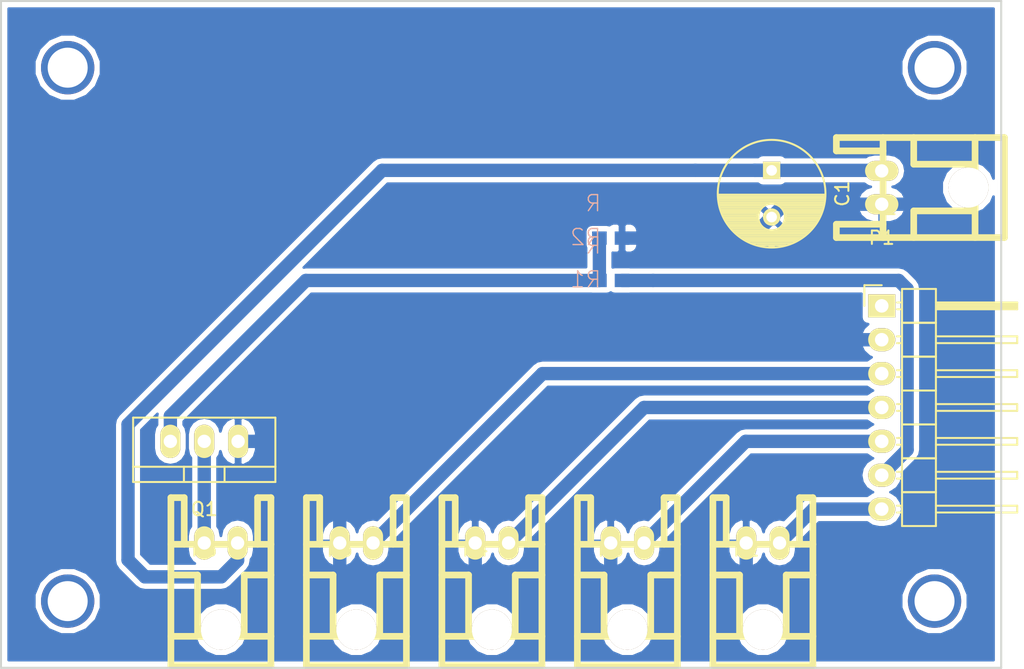
<source format=kicad_pcb>
(kicad_pcb (version 4) (host pcbnew 4.0.2-stable)

  (general
    (links 18)
    (no_connects 0)
    (area -0.075001 -0.075001 76.915001 50.290001)
    (thickness 1.6)
    (drawings 4)
    (tracks 55)
    (zones 0)
    (modules 11)
    (nets 10)
  )

  (page A4)
  (layers
    (0 F.Cu signal)
    (31 B.Cu signal)
    (32 B.Adhes user)
    (33 F.Adhes user)
    (34 B.Paste user)
    (35 F.Paste user)
    (36 B.SilkS user)
    (37 F.SilkS user)
    (38 B.Mask user)
    (39 F.Mask user)
    (40 Dwgs.User user)
    (41 Cmts.User user)
    (42 Eco1.User user)
    (43 Eco2.User user)
    (44 Edge.Cuts user)
    (45 Margin user)
    (46 B.CrtYd user)
    (47 F.CrtYd user)
    (48 B.Fab user)
    (49 F.Fab user)
  )

  (setup
    (last_trace_width 1)
    (user_trace_width 0.5)
    (user_trace_width 1)
    (trace_clearance 0.2)
    (zone_clearance 0.4)
    (zone_45_only no)
    (trace_min 0.2)
    (segment_width 0.2)
    (edge_width 0.15)
    (via_size 0.6)
    (via_drill 0.4)
    (via_min_size 0.4)
    (via_min_drill 0.3)
    (user_via 1.2 0.8)
    (user_via 4 3)
    (uvia_size 0.3)
    (uvia_drill 0.1)
    (uvias_allowed no)
    (uvia_min_size 0.2)
    (uvia_min_drill 0.1)
    (pcb_text_width 0.3)
    (pcb_text_size 1.5 1.5)
    (mod_edge_width 0.15)
    (mod_text_size 1 1)
    (mod_text_width 0.15)
    (pad_size 3 3)
    (pad_drill 3)
    (pad_to_mask_clearance 0.2)
    (aux_axis_origin 0 0)
    (visible_elements 7FFFFFFF)
    (pcbplotparams
      (layerselection 0x01000_80000000)
      (usegerberextensions false)
      (excludeedgelayer true)
      (linewidth 0.100000)
      (plotframeref false)
      (viasonmask false)
      (mode 1)
      (useauxorigin false)
      (hpglpennumber 1)
      (hpglpenspeed 20)
      (hpglpendiameter 15)
      (hpglpenoverlay 2)
      (psnegative false)
      (psa4output false)
      (plotreference true)
      (plotvalue true)
      (plotinvisibletext false)
      (padsonsilk false)
      (subtractmaskfromsilk false)
      (outputformat 1)
      (mirror false)
      (drillshape 0)
      (scaleselection 1)
      (outputdirectory ""))
  )

  (net 0 "")
  (net 1 GND)
  (net 2 /Reset/Abort)
  (net 3 /Feed_Hold)
  (net 4 /Cycle_Stat)
  (net 5 /Coolant_EN)
  (net 6 /Probe)
  (net 7 "Net-(P6-Pad1)")
  (net 8 +12V)
  (net 9 "Net-(Q1-PadG)")

  (net_class Default "これは標準のネット クラスです。"
    (clearance 0.2)
    (trace_width 0.25)
    (via_dia 0.6)
    (via_drill 0.4)
    (uvia_dia 0.3)
    (uvia_drill 0.1)
    (add_net +12V)
    (add_net /Coolant_EN)
    (add_net /Cycle_Stat)
    (add_net /Feed_Hold)
    (add_net /Probe)
    (add_net /Reset/Abort)
    (add_net GND)
    (add_net "Net-(P6-Pad1)")
    (add_net "Net-(Q1-PadG)")
  )

  (module Pin_Headers:Pin_Header_Angled_1x07 (layer F.Cu) (tedit 0) (tstamp 57995FA7)
    (at 66.04 22.86)
    (descr "Through hole pin header")
    (tags "pin header")
    (path /57995E34)
    (fp_text reference P1 (at 0 -5.1) (layer F.SilkS)
      (effects (font (size 1 1) (thickness 0.15)))
    )
    (fp_text value CONN_01X07 (at 0 -3.1) (layer F.Fab)
      (effects (font (size 1 1) (thickness 0.15)))
    )
    (fp_line (start -1.5 -1.75) (end -1.5 17) (layer F.CrtYd) (width 0.05))
    (fp_line (start 10.65 -1.75) (end 10.65 17) (layer F.CrtYd) (width 0.05))
    (fp_line (start -1.5 -1.75) (end 10.65 -1.75) (layer F.CrtYd) (width 0.05))
    (fp_line (start -1.5 17) (end 10.65 17) (layer F.CrtYd) (width 0.05))
    (fp_line (start -1.3 -1.55) (end -1.3 0) (layer F.SilkS) (width 0.15))
    (fp_line (start 0 -1.55) (end -1.3 -1.55) (layer F.SilkS) (width 0.15))
    (fp_line (start 4.191 -0.127) (end 10.033 -0.127) (layer F.SilkS) (width 0.15))
    (fp_line (start 10.033 -0.127) (end 10.033 0.127) (layer F.SilkS) (width 0.15))
    (fp_line (start 10.033 0.127) (end 4.191 0.127) (layer F.SilkS) (width 0.15))
    (fp_line (start 4.191 0.127) (end 4.191 0) (layer F.SilkS) (width 0.15))
    (fp_line (start 4.191 0) (end 10.033 0) (layer F.SilkS) (width 0.15))
    (fp_line (start 1.524 -0.254) (end 1.143 -0.254) (layer F.SilkS) (width 0.15))
    (fp_line (start 1.524 0.254) (end 1.143 0.254) (layer F.SilkS) (width 0.15))
    (fp_line (start 1.524 2.286) (end 1.143 2.286) (layer F.SilkS) (width 0.15))
    (fp_line (start 1.524 2.794) (end 1.143 2.794) (layer F.SilkS) (width 0.15))
    (fp_line (start 1.524 4.826) (end 1.143 4.826) (layer F.SilkS) (width 0.15))
    (fp_line (start 1.524 5.334) (end 1.143 5.334) (layer F.SilkS) (width 0.15))
    (fp_line (start 1.524 7.366) (end 1.143 7.366) (layer F.SilkS) (width 0.15))
    (fp_line (start 1.524 7.874) (end 1.143 7.874) (layer F.SilkS) (width 0.15))
    (fp_line (start 1.524 15.494) (end 1.143 15.494) (layer F.SilkS) (width 0.15))
    (fp_line (start 1.524 14.986) (end 1.143 14.986) (layer F.SilkS) (width 0.15))
    (fp_line (start 1.524 12.954) (end 1.143 12.954) (layer F.SilkS) (width 0.15))
    (fp_line (start 1.524 12.446) (end 1.143 12.446) (layer F.SilkS) (width 0.15))
    (fp_line (start 1.524 10.414) (end 1.143 10.414) (layer F.SilkS) (width 0.15))
    (fp_line (start 1.524 9.906) (end 1.143 9.906) (layer F.SilkS) (width 0.15))
    (fp_line (start 4.064 1.27) (end 4.064 -1.27) (layer F.SilkS) (width 0.15))
    (fp_line (start 10.16 0.254) (end 4.064 0.254) (layer F.SilkS) (width 0.15))
    (fp_line (start 10.16 -0.254) (end 10.16 0.254) (layer F.SilkS) (width 0.15))
    (fp_line (start 4.064 -0.254) (end 10.16 -0.254) (layer F.SilkS) (width 0.15))
    (fp_line (start 1.524 1.27) (end 4.064 1.27) (layer F.SilkS) (width 0.15))
    (fp_line (start 1.524 -1.27) (end 1.524 1.27) (layer F.SilkS) (width 0.15))
    (fp_line (start 1.524 -1.27) (end 4.064 -1.27) (layer F.SilkS) (width 0.15))
    (fp_line (start 1.524 3.81) (end 4.064 3.81) (layer F.SilkS) (width 0.15))
    (fp_line (start 1.524 3.81) (end 1.524 6.35) (layer F.SilkS) (width 0.15))
    (fp_line (start 1.524 6.35) (end 4.064 6.35) (layer F.SilkS) (width 0.15))
    (fp_line (start 4.064 4.826) (end 10.16 4.826) (layer F.SilkS) (width 0.15))
    (fp_line (start 10.16 4.826) (end 10.16 5.334) (layer F.SilkS) (width 0.15))
    (fp_line (start 10.16 5.334) (end 4.064 5.334) (layer F.SilkS) (width 0.15))
    (fp_line (start 4.064 6.35) (end 4.064 3.81) (layer F.SilkS) (width 0.15))
    (fp_line (start 4.064 3.81) (end 4.064 1.27) (layer F.SilkS) (width 0.15))
    (fp_line (start 10.16 2.794) (end 4.064 2.794) (layer F.SilkS) (width 0.15))
    (fp_line (start 10.16 2.286) (end 10.16 2.794) (layer F.SilkS) (width 0.15))
    (fp_line (start 4.064 2.286) (end 10.16 2.286) (layer F.SilkS) (width 0.15))
    (fp_line (start 1.524 3.81) (end 4.064 3.81) (layer F.SilkS) (width 0.15))
    (fp_line (start 1.524 1.27) (end 1.524 3.81) (layer F.SilkS) (width 0.15))
    (fp_line (start 1.524 1.27) (end 4.064 1.27) (layer F.SilkS) (width 0.15))
    (fp_line (start 1.524 11.43) (end 4.064 11.43) (layer F.SilkS) (width 0.15))
    (fp_line (start 1.524 11.43) (end 1.524 13.97) (layer F.SilkS) (width 0.15))
    (fp_line (start 1.524 13.97) (end 4.064 13.97) (layer F.SilkS) (width 0.15))
    (fp_line (start 4.064 12.446) (end 10.16 12.446) (layer F.SilkS) (width 0.15))
    (fp_line (start 10.16 12.446) (end 10.16 12.954) (layer F.SilkS) (width 0.15))
    (fp_line (start 10.16 12.954) (end 4.064 12.954) (layer F.SilkS) (width 0.15))
    (fp_line (start 4.064 13.97) (end 4.064 11.43) (layer F.SilkS) (width 0.15))
    (fp_line (start 4.064 16.51) (end 4.064 13.97) (layer F.SilkS) (width 0.15))
    (fp_line (start 10.16 15.494) (end 4.064 15.494) (layer F.SilkS) (width 0.15))
    (fp_line (start 10.16 14.986) (end 10.16 15.494) (layer F.SilkS) (width 0.15))
    (fp_line (start 4.064 14.986) (end 10.16 14.986) (layer F.SilkS) (width 0.15))
    (fp_line (start 1.524 16.51) (end 4.064 16.51) (layer F.SilkS) (width 0.15))
    (fp_line (start 1.524 13.97) (end 1.524 16.51) (layer F.SilkS) (width 0.15))
    (fp_line (start 1.524 13.97) (end 4.064 13.97) (layer F.SilkS) (width 0.15))
    (fp_line (start 1.524 8.89) (end 4.064 8.89) (layer F.SilkS) (width 0.15))
    (fp_line (start 1.524 8.89) (end 1.524 11.43) (layer F.SilkS) (width 0.15))
    (fp_line (start 1.524 11.43) (end 4.064 11.43) (layer F.SilkS) (width 0.15))
    (fp_line (start 4.064 9.906) (end 10.16 9.906) (layer F.SilkS) (width 0.15))
    (fp_line (start 10.16 9.906) (end 10.16 10.414) (layer F.SilkS) (width 0.15))
    (fp_line (start 10.16 10.414) (end 4.064 10.414) (layer F.SilkS) (width 0.15))
    (fp_line (start 4.064 11.43) (end 4.064 8.89) (layer F.SilkS) (width 0.15))
    (fp_line (start 4.064 8.89) (end 4.064 6.35) (layer F.SilkS) (width 0.15))
    (fp_line (start 10.16 7.874) (end 4.064 7.874) (layer F.SilkS) (width 0.15))
    (fp_line (start 10.16 7.366) (end 10.16 7.874) (layer F.SilkS) (width 0.15))
    (fp_line (start 4.064 7.366) (end 10.16 7.366) (layer F.SilkS) (width 0.15))
    (fp_line (start 1.524 8.89) (end 4.064 8.89) (layer F.SilkS) (width 0.15))
    (fp_line (start 1.524 6.35) (end 1.524 8.89) (layer F.SilkS) (width 0.15))
    (fp_line (start 1.524 6.35) (end 4.064 6.35) (layer F.SilkS) (width 0.15))
    (pad 1 thru_hole rect (at 0 0) (size 2.032 1.7272) (drill 1.016) (layers *.Cu *.Mask F.SilkS))
    (pad 2 thru_hole oval (at 0 2.54) (size 2.032 1.7272) (drill 1.016) (layers *.Cu *.Mask F.SilkS)
      (net 1 GND))
    (pad 3 thru_hole oval (at 0 5.08) (size 2.032 1.7272) (drill 1.016) (layers *.Cu *.Mask F.SilkS)
      (net 2 /Reset/Abort))
    (pad 4 thru_hole oval (at 0 7.62) (size 2.032 1.7272) (drill 1.016) (layers *.Cu *.Mask F.SilkS)
      (net 3 /Feed_Hold))
    (pad 5 thru_hole oval (at 0 10.16) (size 2.032 1.7272) (drill 1.016) (layers *.Cu *.Mask F.SilkS)
      (net 4 /Cycle_Stat))
    (pad 6 thru_hole oval (at 0 12.7) (size 2.032 1.7272) (drill 1.016) (layers *.Cu *.Mask F.SilkS)
      (net 5 /Coolant_EN))
    (pad 7 thru_hole oval (at 0 15.24) (size 2.032 1.7272) (drill 1.016) (layers *.Cu *.Mask F.SilkS)
      (net 6 /Probe))
    (model Pin_Headers.3dshapes/Pin_Header_Angled_1x07.wrl
      (at (xyz 0 -0.3 0))
      (scale (xyz 1 1 1))
      (rotate (xyz 0 0 90))
    )
  )

  (module RP_KiCAD_Connector:XA_2SC (layer F.Cu) (tedit 5763B232) (tstamp 57995FAE)
    (at 55.88 40.64)
    (path /57995F88)
    (fp_text reference P2 (at 0 0.5) (layer F.SilkS)
      (effects (font (size 1 1) (thickness 0.15)))
    )
    (fp_text value CONN_01X02 (at 0 -0.5) (layer F.Fab)
      (effects (font (size 1 1) (thickness 0.15)))
    )
    (fp_line (start -1.5 -3.4) (end -2.5 -3.4) (layer F.SilkS) (width 0.5))
    (fp_line (start 5 -3.4) (end 4 -3.4) (layer F.SilkS) (width 0.5))
    (fp_line (start 4 -3.4) (end 4 0.1) (layer F.SilkS) (width 0.5))
    (fp_line (start -1.5 -3.4) (end -1.5 0.1) (layer F.SilkS) (width 0.5))
    (fp_line (start 3 2.4) (end 5 2.4) (layer F.SilkS) (width 0.5))
    (fp_line (start -0.5 2.4) (end -2.5 2.4) (layer F.SilkS) (width 0.5))
    (fp_line (start 3 2.4) (end 3 7) (layer F.SilkS) (width 0.5))
    (fp_line (start -0.5 2.4) (end -0.5 7) (layer F.SilkS) (width 0.5))
    (fp_line (start -2.5 0.1) (end 5 0.1) (layer F.SilkS) (width 0.5))
    (fp_line (start -2.5 7) (end 5 7) (layer F.SilkS) (width 0.5))
    (fp_line (start -2.5 9.2) (end 5 9.2) (layer F.SilkS) (width 0.5))
    (fp_line (start 5 -3.4) (end 5 9.2) (layer F.SilkS) (width 0.5))
    (fp_line (start -2.5 -3.4) (end -2.5 9.2) (layer F.SilkS) (width 0.5))
    (pad 1 thru_hole oval (at 0 0) (size 1.5 2.5) (drill 1) (layers *.Cu *.Mask F.SilkS)
      (net 1 GND))
    (pad 2 thru_hole oval (at 2.5 0) (size 1.5 2.5) (drill 1) (layers *.Cu *.Mask F.SilkS)
      (net 6 /Probe))
    (pad "" thru_hole circle (at 1.25 6.5) (size 3 3) (drill 3) (layers *.Cu *.Mask F.SilkS)
      (clearance -0.3))
    (model conn_XA/XA_2S.wrl
      (at (xyz 0.05 -0.2 0))
      (scale (xyz 4 4 4))
      (rotate (xyz 0 0 180))
    )
  )

  (module RP_KiCAD_Connector:XA_2SC (layer F.Cu) (tedit 57996212) (tstamp 57995FB5)
    (at 45.72 40.64)
    (path /57995FF1)
    (fp_text reference P3 (at 0 0.5) (layer F.SilkS)
      (effects (font (size 1 1) (thickness 0.15)))
    )
    (fp_text value CONN_01X02 (at 0 -0.5) (layer F.Fab)
      (effects (font (size 1 1) (thickness 0.15)))
    )
    (fp_line (start -1.5 -3.4) (end -2.5 -3.4) (layer F.SilkS) (width 0.5))
    (fp_line (start 5 -3.4) (end 4 -3.4) (layer F.SilkS) (width 0.5))
    (fp_line (start 4 -3.4) (end 4 0.1) (layer F.SilkS) (width 0.5))
    (fp_line (start -1.5 -3.4) (end -1.5 0.1) (layer F.SilkS) (width 0.5))
    (fp_line (start 3 2.4) (end 5 2.4) (layer F.SilkS) (width 0.5))
    (fp_line (start -0.5 2.4) (end -2.5 2.4) (layer F.SilkS) (width 0.5))
    (fp_line (start 3 2.4) (end 3 7) (layer F.SilkS) (width 0.5))
    (fp_line (start -0.5 2.4) (end -0.5 7) (layer F.SilkS) (width 0.5))
    (fp_line (start -2.5 0.1) (end 5 0.1) (layer F.SilkS) (width 0.5))
    (fp_line (start -2.5 7) (end 5 7) (layer F.SilkS) (width 0.5))
    (fp_line (start -2.5 9.2) (end 5 9.2) (layer F.SilkS) (width 0.5))
    (fp_line (start 5 -3.4) (end 5 9.2) (layer F.SilkS) (width 0.5))
    (fp_line (start -2.5 -3.4) (end -2.5 9.2) (layer F.SilkS) (width 0.5))
    (pad 1 thru_hole oval (at 0 0) (size 1.5 2.5) (drill 1) (layers *.Cu *.Mask F.SilkS)
      (net 1 GND))
    (pad 2 thru_hole oval (at 2.5 0) (size 1.5 2.5) (drill 1) (layers *.Cu *.Mask F.SilkS)
      (net 4 /Cycle_Stat))
    (pad "" thru_hole circle (at 1.25 6.5) (size 3 3) (drill 3) (layers *.Cu *.Mask F.SilkS)
      (clearance -0.3))
    (model conn_XA/XA_2S.wrl
      (at (xyz 0.05 -0.2 0))
      (scale (xyz 4 4 4))
      (rotate (xyz 0 0 180))
    )
  )

  (module RP_KiCAD_Connector:XA_2SC (layer F.Cu) (tedit 57996209) (tstamp 57995FBC)
    (at 35.56 40.64)
    (path /57996078)
    (fp_text reference P4 (at 0 0.5) (layer F.SilkS)
      (effects (font (size 1 1) (thickness 0.15)))
    )
    (fp_text value CONN_01X02 (at 0 -0.5) (layer F.Fab)
      (effects (font (size 1 1) (thickness 0.15)))
    )
    (fp_line (start -1.5 -3.4) (end -2.5 -3.4) (layer F.SilkS) (width 0.5))
    (fp_line (start 5 -3.4) (end 4 -3.4) (layer F.SilkS) (width 0.5))
    (fp_line (start 4 -3.4) (end 4 0.1) (layer F.SilkS) (width 0.5))
    (fp_line (start -1.5 -3.4) (end -1.5 0.1) (layer F.SilkS) (width 0.5))
    (fp_line (start 3 2.4) (end 5 2.4) (layer F.SilkS) (width 0.5))
    (fp_line (start -0.5 2.4) (end -2.5 2.4) (layer F.SilkS) (width 0.5))
    (fp_line (start 3 2.4) (end 3 7) (layer F.SilkS) (width 0.5))
    (fp_line (start -0.5 2.4) (end -0.5 7) (layer F.SilkS) (width 0.5))
    (fp_line (start -2.5 0.1) (end 5 0.1) (layer F.SilkS) (width 0.5))
    (fp_line (start -2.5 7) (end 5 7) (layer F.SilkS) (width 0.5))
    (fp_line (start -2.5 9.2) (end 5 9.2) (layer F.SilkS) (width 0.5))
    (fp_line (start 5 -3.4) (end 5 9.2) (layer F.SilkS) (width 0.5))
    (fp_line (start -2.5 -3.4) (end -2.5 9.2) (layer F.SilkS) (width 0.5))
    (pad 1 thru_hole oval (at 0 0) (size 1.5 2.5) (drill 1) (layers *.Cu *.Mask F.SilkS)
      (net 1 GND))
    (pad 2 thru_hole oval (at 2.5 0) (size 1.5 2.5) (drill 1) (layers *.Cu *.Mask F.SilkS)
      (net 3 /Feed_Hold))
    (pad "" thru_hole circle (at 1.25 6.5) (size 3 3) (drill 3) (layers *.Cu *.Mask F.SilkS)
      (clearance -0.3))
    (model conn_XA/XA_2S.wrl
      (at (xyz 0.05 -0.2 0))
      (scale (xyz 4 4 4))
      (rotate (xyz 0 0 180))
    )
  )

  (module RP_KiCAD_Connector:XA_2SC (layer F.Cu) (tedit 579961F7) (tstamp 57995FC3)
    (at 25.4 40.64)
    (path /57996108)
    (fp_text reference P5 (at 0 0.5) (layer F.SilkS)
      (effects (font (size 1 1) (thickness 0.15)))
    )
    (fp_text value CONN_01X02 (at 0 -0.5) (layer F.Fab)
      (effects (font (size 1 1) (thickness 0.15)))
    )
    (fp_line (start -1.5 -3.4) (end -2.5 -3.4) (layer F.SilkS) (width 0.5))
    (fp_line (start 5 -3.4) (end 4 -3.4) (layer F.SilkS) (width 0.5))
    (fp_line (start 4 -3.4) (end 4 0.1) (layer F.SilkS) (width 0.5))
    (fp_line (start -1.5 -3.4) (end -1.5 0.1) (layer F.SilkS) (width 0.5))
    (fp_line (start 3 2.4) (end 5 2.4) (layer F.SilkS) (width 0.5))
    (fp_line (start -0.5 2.4) (end -2.5 2.4) (layer F.SilkS) (width 0.5))
    (fp_line (start 3 2.4) (end 3 7) (layer F.SilkS) (width 0.5))
    (fp_line (start -0.5 2.4) (end -0.5 7) (layer F.SilkS) (width 0.5))
    (fp_line (start -2.5 0.1) (end 5 0.1) (layer F.SilkS) (width 0.5))
    (fp_line (start -2.5 7) (end 5 7) (layer F.SilkS) (width 0.5))
    (fp_line (start -2.5 9.2) (end 5 9.2) (layer F.SilkS) (width 0.5))
    (fp_line (start 5 -3.4) (end 5 9.2) (layer F.SilkS) (width 0.5))
    (fp_line (start -2.5 -3.4) (end -2.5 9.2) (layer F.SilkS) (width 0.5))
    (pad 1 thru_hole oval (at 0 0) (size 1.5 2.5) (drill 1) (layers *.Cu *.Mask F.SilkS)
      (net 1 GND))
    (pad 2 thru_hole oval (at 2.5 0) (size 1.5 2.5) (drill 1) (layers *.Cu *.Mask F.SilkS)
      (net 2 /Reset/Abort))
    (pad "" thru_hole circle (at 1.25 6.5) (size 3 3) (drill 3) (layers *.Cu *.Mask F.SilkS)
      (clearance -0.3))
    (model conn_XA/XA_2S.wrl
      (at (xyz 0.05 -0.2 0))
      (scale (xyz 4 4 4))
      (rotate (xyz 0 0 180))
    )
  )

  (module RP_KiCAD_Connector:XA_2SC (layer F.Cu) (tedit 579961F6) (tstamp 57995FCA)
    (at 15.24 40.64)
    (path /57996758)
    (fp_text reference P6 (at 0 0.5) (layer F.SilkS)
      (effects (font (size 1 1) (thickness 0.15)))
    )
    (fp_text value CONN_01X02 (at 0 -0.5) (layer F.Fab)
      (effects (font (size 1 1) (thickness 0.15)))
    )
    (fp_line (start -1.5 -3.4) (end -2.5 -3.4) (layer F.SilkS) (width 0.5))
    (fp_line (start 5 -3.4) (end 4 -3.4) (layer F.SilkS) (width 0.5))
    (fp_line (start 4 -3.4) (end 4 0.1) (layer F.SilkS) (width 0.5))
    (fp_line (start -1.5 -3.4) (end -1.5 0.1) (layer F.SilkS) (width 0.5))
    (fp_line (start 3 2.4) (end 5 2.4) (layer F.SilkS) (width 0.5))
    (fp_line (start -0.5 2.4) (end -2.5 2.4) (layer F.SilkS) (width 0.5))
    (fp_line (start 3 2.4) (end 3 7) (layer F.SilkS) (width 0.5))
    (fp_line (start -0.5 2.4) (end -0.5 7) (layer F.SilkS) (width 0.5))
    (fp_line (start -2.5 0.1) (end 5 0.1) (layer F.SilkS) (width 0.5))
    (fp_line (start -2.5 7) (end 5 7) (layer F.SilkS) (width 0.5))
    (fp_line (start -2.5 9.2) (end 5 9.2) (layer F.SilkS) (width 0.5))
    (fp_line (start 5 -3.4) (end 5 9.2) (layer F.SilkS) (width 0.5))
    (fp_line (start -2.5 -3.4) (end -2.5 9.2) (layer F.SilkS) (width 0.5))
    (pad 1 thru_hole oval (at 0 0) (size 1.5 2.5) (drill 1) (layers *.Cu *.Mask F.SilkS)
      (net 7 "Net-(P6-Pad1)"))
    (pad 2 thru_hole oval (at 2.5 0) (size 1.5 2.5) (drill 1) (layers *.Cu *.Mask F.SilkS)
      (net 8 +12V))
    (pad "" thru_hole circle (at 1.25 6.5) (size 3 3) (drill 3) (layers *.Cu *.Mask F.SilkS)
      (clearance -0.3))
    (model conn_XA/XA_2S.wrl
      (at (xyz 0.05 -0.2 0))
      (scale (xyz 4 4 4))
      (rotate (xyz 0 0 180))
    )
  )

  (module TO_SOT_Packages_THT:TO-220_Neutral123_Vertical (layer F.Cu) (tedit 56FA5791) (tstamp 57995FD1)
    (at 15.24 33.02 180)
    (descr "TO-220, Neutral, Vertical,")
    (tags "TO-220, Neutral, Vertical,")
    (path /579967B1)
    (fp_text reference Q1 (at 0 -5.08 180) (layer F.SilkS)
      (effects (font (size 1 1) (thickness 0.15)))
    )
    (fp_text value MOSFET_N (at 0 3.81 180) (layer F.Fab)
      (effects (font (size 1 1) (thickness 0.15)))
    )
    (fp_line (start -1.524 -3.048) (end -1.524 -1.905) (layer F.SilkS) (width 0.15))
    (fp_line (start 1.524 -3.048) (end 1.524 -1.905) (layer F.SilkS) (width 0.15))
    (fp_line (start 5.334 -1.905) (end 5.334 1.778) (layer F.SilkS) (width 0.15))
    (fp_line (start 5.334 1.778) (end -5.334 1.778) (layer F.SilkS) (width 0.15))
    (fp_line (start -5.334 1.778) (end -5.334 -1.905) (layer F.SilkS) (width 0.15))
    (fp_line (start 5.334 -3.048) (end 5.334 -1.905) (layer F.SilkS) (width 0.15))
    (fp_line (start 5.334 -1.905) (end -5.334 -1.905) (layer F.SilkS) (width 0.15))
    (fp_line (start -5.334 -1.905) (end -5.334 -3.048) (layer F.SilkS) (width 0.15))
    (fp_line (start 0 -3.048) (end -5.334 -3.048) (layer F.SilkS) (width 0.15))
    (fp_line (start 0 -3.048) (end 5.334 -3.048) (layer F.SilkS) (width 0.15))
    (pad D thru_hole oval (at 0 0 270) (size 2.49936 1.50114) (drill 1.00076) (layers *.Cu *.Mask F.SilkS)
      (net 7 "Net-(P6-Pad1)"))
    (pad S thru_hole oval (at -2.54 0 270) (size 2.49936 1.50114) (drill 1.00076) (layers *.Cu *.Mask F.SilkS)
      (net 1 GND))
    (pad G thru_hole oval (at 2.54 0 270) (size 2.49936 1.50114) (drill 1.00076) (layers *.Cu *.Mask F.SilkS)
      (net 9 "Net-(Q1-PadG)"))
    (model Transistors_TO-220.3dshapes/TO-220_3pin.wrl
      (at (xyz 0 0 0))
      (scale (xyz 3.9 3.9 3.9))
      (rotate (xyz 0 0 0))
    )
  )

  (module RP_KiCAD_Libs:C1608 (layer B.Cu) (tedit 0) (tstamp 57995FD7)
    (at 45.72 20.955)
    (descr <b>CAPACITOR</b>)
    (path /57996E0C)
    (fp_text reference R1 (at -0.635 0.635) (layer B.SilkS)
      (effects (font (size 1.2065 1.2065) (thickness 0.1016)) (justify left bottom mirror))
    )
    (fp_text value R (at -0.635 -1.905) (layer B.SilkS)
      (effects (font (size 1.2065 1.2065) (thickness 0.1016)) (justify left bottom mirror))
    )
    (fp_line (start -0.356 0.432) (end 0.356 0.432) (layer Dwgs.User) (width 0.1016))
    (fp_line (start -0.356 -0.419) (end 0.356 -0.419) (layer Dwgs.User) (width 0.1016))
    (fp_poly (pts (xy -0.8382 -0.4699) (xy -0.3381 -0.4699) (xy -0.3381 0.4801) (xy -0.8382 0.4801)) (layer Dwgs.User) (width 0))
    (fp_poly (pts (xy 0.3302 -0.4699) (xy 0.8303 -0.4699) (xy 0.8303 0.4801) (xy 0.3302 0.4801)) (layer Dwgs.User) (width 0))
    (fp_poly (pts (xy -0.1999 -0.3) (xy 0.1999 -0.3) (xy 0.1999 0.3) (xy -0.1999 0.3)) (layer B.Adhes) (width 0))
    (pad 1 smd rect (at -0.85 0) (size 1.1 1) (layers B.Cu B.Paste B.Mask)
      (net 9 "Net-(Q1-PadG)"))
    (pad 2 smd rect (at 0.85 0) (size 1.1 1) (layers B.Cu B.Paste B.Mask)
      (net 5 /Coolant_EN))
    (model Resistors_SMD.3dshapes/R_0603.wrl
      (at (xyz 0 0 0))
      (scale (xyz 1 1 1))
      (rotate (xyz 0 0 0))
    )
  )

  (module RP_KiCAD_Libs:C1608 (layer B.Cu) (tedit 0) (tstamp 57995FDD)
    (at 45.72 17.78)
    (descr <b>CAPACITOR</b>)
    (path /57996A7C)
    (fp_text reference R2 (at -0.635 0.635) (layer B.SilkS)
      (effects (font (size 1.2065 1.2065) (thickness 0.1016)) (justify left bottom mirror))
    )
    (fp_text value R (at -0.635 -1.905) (layer B.SilkS)
      (effects (font (size 1.2065 1.2065) (thickness 0.1016)) (justify left bottom mirror))
    )
    (fp_line (start -0.356 0.432) (end 0.356 0.432) (layer Dwgs.User) (width 0.1016))
    (fp_line (start -0.356 -0.419) (end 0.356 -0.419) (layer Dwgs.User) (width 0.1016))
    (fp_poly (pts (xy -0.8382 -0.4699) (xy -0.3381 -0.4699) (xy -0.3381 0.4801) (xy -0.8382 0.4801)) (layer Dwgs.User) (width 0))
    (fp_poly (pts (xy 0.3302 -0.4699) (xy 0.8303 -0.4699) (xy 0.8303 0.4801) (xy 0.3302 0.4801)) (layer Dwgs.User) (width 0))
    (fp_poly (pts (xy -0.1999 -0.3) (xy 0.1999 -0.3) (xy 0.1999 0.3) (xy -0.1999 0.3)) (layer B.Adhes) (width 0))
    (pad 1 smd rect (at -0.85 0) (size 1.1 1) (layers B.Cu B.Paste B.Mask)
      (net 9 "Net-(Q1-PadG)"))
    (pad 2 smd rect (at 0.85 0) (size 1.1 1) (layers B.Cu B.Paste B.Mask)
      (net 1 GND))
    (model Resistors_SMD.3dshapes/R_0603.wrl
      (at (xyz 0 0 0))
      (scale (xyz 1 1 1))
      (rotate (xyz 0 0 0))
    )
  )

  (module Capacitors_ThroughHole:C_Radial_D8_L11.5_P3.5 (layer F.Cu) (tedit 0) (tstamp 57996035)
    (at 57.785 12.7 270)
    (descr "Radial Electrolytic Capacitor Diameter 8mm x Length 11.5mm, Pitch 3.5mm")
    (tags "Electrolytic Capacitor")
    (path /5799742F)
    (fp_text reference C1 (at 1.75 -5.3 270) (layer F.SilkS)
      (effects (font (size 1 1) (thickness 0.15)))
    )
    (fp_text value C (at 1.75 5.3 270) (layer F.Fab)
      (effects (font (size 1 1) (thickness 0.15)))
    )
    (fp_line (start 1.825 -3.999) (end 1.825 3.999) (layer F.SilkS) (width 0.15))
    (fp_line (start 1.965 -3.994) (end 1.965 3.994) (layer F.SilkS) (width 0.15))
    (fp_line (start 2.105 -3.984) (end 2.105 3.984) (layer F.SilkS) (width 0.15))
    (fp_line (start 2.245 -3.969) (end 2.245 3.969) (layer F.SilkS) (width 0.15))
    (fp_line (start 2.385 -3.949) (end 2.385 3.949) (layer F.SilkS) (width 0.15))
    (fp_line (start 2.525 -3.924) (end 2.525 -0.222) (layer F.SilkS) (width 0.15))
    (fp_line (start 2.525 0.222) (end 2.525 3.924) (layer F.SilkS) (width 0.15))
    (fp_line (start 2.665 -3.894) (end 2.665 -0.55) (layer F.SilkS) (width 0.15))
    (fp_line (start 2.665 0.55) (end 2.665 3.894) (layer F.SilkS) (width 0.15))
    (fp_line (start 2.805 -3.858) (end 2.805 -0.719) (layer F.SilkS) (width 0.15))
    (fp_line (start 2.805 0.719) (end 2.805 3.858) (layer F.SilkS) (width 0.15))
    (fp_line (start 2.945 -3.817) (end 2.945 -0.832) (layer F.SilkS) (width 0.15))
    (fp_line (start 2.945 0.832) (end 2.945 3.817) (layer F.SilkS) (width 0.15))
    (fp_line (start 3.085 -3.771) (end 3.085 -0.91) (layer F.SilkS) (width 0.15))
    (fp_line (start 3.085 0.91) (end 3.085 3.771) (layer F.SilkS) (width 0.15))
    (fp_line (start 3.225 -3.718) (end 3.225 -0.961) (layer F.SilkS) (width 0.15))
    (fp_line (start 3.225 0.961) (end 3.225 3.718) (layer F.SilkS) (width 0.15))
    (fp_line (start 3.365 -3.659) (end 3.365 -0.991) (layer F.SilkS) (width 0.15))
    (fp_line (start 3.365 0.991) (end 3.365 3.659) (layer F.SilkS) (width 0.15))
    (fp_line (start 3.505 -3.594) (end 3.505 -1) (layer F.SilkS) (width 0.15))
    (fp_line (start 3.505 1) (end 3.505 3.594) (layer F.SilkS) (width 0.15))
    (fp_line (start 3.645 -3.523) (end 3.645 -0.989) (layer F.SilkS) (width 0.15))
    (fp_line (start 3.645 0.989) (end 3.645 3.523) (layer F.SilkS) (width 0.15))
    (fp_line (start 3.785 -3.444) (end 3.785 -0.959) (layer F.SilkS) (width 0.15))
    (fp_line (start 3.785 0.959) (end 3.785 3.444) (layer F.SilkS) (width 0.15))
    (fp_line (start 3.925 -3.357) (end 3.925 -0.905) (layer F.SilkS) (width 0.15))
    (fp_line (start 3.925 0.905) (end 3.925 3.357) (layer F.SilkS) (width 0.15))
    (fp_line (start 4.065 -3.262) (end 4.065 -0.825) (layer F.SilkS) (width 0.15))
    (fp_line (start 4.065 0.825) (end 4.065 3.262) (layer F.SilkS) (width 0.15))
    (fp_line (start 4.205 -3.158) (end 4.205 -0.709) (layer F.SilkS) (width 0.15))
    (fp_line (start 4.205 0.709) (end 4.205 3.158) (layer F.SilkS) (width 0.15))
    (fp_line (start 4.345 -3.044) (end 4.345 -0.535) (layer F.SilkS) (width 0.15))
    (fp_line (start 4.345 0.535) (end 4.345 3.044) (layer F.SilkS) (width 0.15))
    (fp_line (start 4.485 -2.919) (end 4.485 -0.173) (layer F.SilkS) (width 0.15))
    (fp_line (start 4.485 0.173) (end 4.485 2.919) (layer F.SilkS) (width 0.15))
    (fp_line (start 4.625 -2.781) (end 4.625 2.781) (layer F.SilkS) (width 0.15))
    (fp_line (start 4.765 -2.629) (end 4.765 2.629) (layer F.SilkS) (width 0.15))
    (fp_line (start 4.905 -2.459) (end 4.905 2.459) (layer F.SilkS) (width 0.15))
    (fp_line (start 5.045 -2.268) (end 5.045 2.268) (layer F.SilkS) (width 0.15))
    (fp_line (start 5.185 -2.05) (end 5.185 2.05) (layer F.SilkS) (width 0.15))
    (fp_line (start 5.325 -1.794) (end 5.325 1.794) (layer F.SilkS) (width 0.15))
    (fp_line (start 5.465 -1.483) (end 5.465 1.483) (layer F.SilkS) (width 0.15))
    (fp_line (start 5.605 -1.067) (end 5.605 1.067) (layer F.SilkS) (width 0.15))
    (fp_line (start 5.745 -0.2) (end 5.745 0.2) (layer F.SilkS) (width 0.15))
    (fp_circle (center 3.5 0) (end 3.5 -1) (layer F.SilkS) (width 0.15))
    (fp_circle (center 1.75 0) (end 1.75 -4.0375) (layer F.SilkS) (width 0.15))
    (fp_circle (center 1.75 0) (end 1.75 -4.3) (layer F.CrtYd) (width 0.05))
    (pad 2 thru_hole circle (at 3.5 0 270) (size 1.3 1.3) (drill 0.8) (layers *.Cu *.Mask F.SilkS)
      (net 1 GND))
    (pad 1 thru_hole rect (at 0 0 270) (size 1.3 1.3) (drill 0.8) (layers *.Cu *.Mask F.SilkS)
      (net 8 +12V))
    (model Capacitors_ThroughHole.3dshapes/C_Radial_D8_L11.5_P3.5.wrl
      (at (xyz 0 0 0))
      (scale (xyz 1 1 1))
      (rotate (xyz 0 0 0))
    )
  )

  (module RP_KiCAD_Connector:XA_2SC (layer F.Cu) (tedit 579961FA) (tstamp 5799603C)
    (at 66.04 15.24 90)
    (path /57996FBB)
    (fp_text reference P7 (at 0 0.5 90) (layer F.SilkS)
      (effects (font (size 1 1) (thickness 0.15)))
    )
    (fp_text value CONN_01X02 (at 0 -0.5 90) (layer F.Fab)
      (effects (font (size 1 1) (thickness 0.15)))
    )
    (fp_line (start -1.5 -3.4) (end -2.5 -3.4) (layer F.SilkS) (width 0.5))
    (fp_line (start 5 -3.4) (end 4 -3.4) (layer F.SilkS) (width 0.5))
    (fp_line (start 4 -3.4) (end 4 0.1) (layer F.SilkS) (width 0.5))
    (fp_line (start -1.5 -3.4) (end -1.5 0.1) (layer F.SilkS) (width 0.5))
    (fp_line (start 3 2.4) (end 5 2.4) (layer F.SilkS) (width 0.5))
    (fp_line (start -0.5 2.4) (end -2.5 2.4) (layer F.SilkS) (width 0.5))
    (fp_line (start 3 2.4) (end 3 7) (layer F.SilkS) (width 0.5))
    (fp_line (start -0.5 2.4) (end -0.5 7) (layer F.SilkS) (width 0.5))
    (fp_line (start -2.5 0.1) (end 5 0.1) (layer F.SilkS) (width 0.5))
    (fp_line (start -2.5 7) (end 5 7) (layer F.SilkS) (width 0.5))
    (fp_line (start -2.5 9.2) (end 5 9.2) (layer F.SilkS) (width 0.5))
    (fp_line (start 5 -3.4) (end 5 9.2) (layer F.SilkS) (width 0.5))
    (fp_line (start -2.5 -3.4) (end -2.5 9.2) (layer F.SilkS) (width 0.5))
    (pad 1 thru_hole oval (at 0 0 90) (size 1.5 2.5) (drill 1) (layers *.Cu *.Mask F.SilkS)
      (net 1 GND))
    (pad 2 thru_hole oval (at 2.5 0 90) (size 1.5 2.5) (drill 1) (layers *.Cu *.Mask F.SilkS)
      (net 8 +12V))
    (pad "" thru_hole circle (at 1.25 6.5 90) (size 3 3) (drill 3) (layers *.Cu *.Mask F.SilkS)
      (clearance -0.3))
    (model conn_XA/XA_2S.wrl
      (at (xyz 0.05 -0.2 0))
      (scale (xyz 4 4 4))
      (rotate (xyz 0 0 180))
    )
  )

  (gr_line (start 0 50) (end 0 0) (angle 90) (layer Edge.Cuts) (width 0.15))
  (gr_line (start 75 50) (end 0 50) (angle 90) (layer Edge.Cuts) (width 0.15))
  (gr_line (start 75 0) (end 75 50) (angle 90) (layer Edge.Cuts) (width 0.15))
  (gr_line (start 0 0) (end 75 0) (angle 90) (layer Edge.Cuts) (width 0.15))

  (via (at 70 5) (size 4) (drill 3) (layers F.Cu B.Cu) (net 0))
  (via (at 70 45) (size 4) (drill 3) (layers F.Cu B.Cu) (net 0))
  (via (at 5 45) (size 4) (drill 3) (layers F.Cu B.Cu) (net 0))
  (via (at 5 5) (size 4) (drill 3) (layers F.Cu B.Cu) (net 0))
  (segment (start 57.785 16.2) (end 56.205 17.78) (width 1) (layer B.Cu) (net 1) (status 400000))
  (segment (start 56.205 17.78) (end 46.57 17.78) (width 1) (layer B.Cu) (net 1) (tstamp 579962E2) (status 800000))
  (segment (start 57.785 16.2) (end 58.745 15.24) (width 1) (layer B.Cu) (net 1) (status 400000))
  (segment (start 58.745 15.24) (end 66.04 15.24) (width 1) (layer B.Cu) (net 1) (tstamp 579962DF) (status 800000))
  (segment (start 17.78 33.02) (end 24.13 33.02) (width 1) (layer B.Cu) (net 1) (status 400000))
  (segment (start 24.13 33.02) (end 27.305 36.195) (width 1) (layer B.Cu) (net 1) (tstamp 5799622D))
  (segment (start 64.135 43.18) (end 55.88 43.18) (width 1) (layer B.Cu) (net 1) (tstamp 579961FF))
  (segment (start 66.04 15.24) (end 69.215 15.24) (width 1) (layer B.Cu) (net 1))
  (segment (start 69.215 15.24) (end 70.485 16.51) (width 1) (layer B.Cu) (net 1) (tstamp 579961FB))
  (segment (start 70.485 16.51) (end 70.485 36.83) (width 1) (layer B.Cu) (net 1) (tstamp 579961FC))
  (segment (start 70.485 36.83) (end 64.135 43.18) (width 1) (layer B.Cu) (net 1) (tstamp 579961FD))
  (segment (start 45.72 43.18) (end 55.88 43.18) (width 1) (layer B.Cu) (net 1))
  (segment (start 55.88 43.18) (end 55.88 40.64) (width 1) (layer B.Cu) (net 1) (tstamp 5799618C))
  (segment (start 35.56 43.18) (end 45.72 43.18) (width 1) (layer B.Cu) (net 1))
  (segment (start 45.72 43.18) (end 45.72 40.64) (width 1) (layer B.Cu) (net 1) (tstamp 57996189))
  (segment (start 25.4 40.64) (end 25.4 43.18) (width 1) (layer B.Cu) (net 1))
  (segment (start 35.56 43.18) (end 35.56 40.64) (width 1) (layer B.Cu) (net 1) (tstamp 57996186))
  (segment (start 25.4 43.18) (end 35.56 43.18) (width 1) (layer B.Cu) (net 1) (tstamp 57996185))
  (segment (start 66.04 25.4) (end 38.1 25.4) (width 1) (layer B.Cu) (net 1))
  (segment (start 25.4 38.1) (end 25.4 40.64) (width 1) (layer B.Cu) (net 1) (tstamp 57996182))
  (segment (start 38.1 25.4) (end 27.305 36.195) (width 1) (layer B.Cu) (net 1) (tstamp 57996180))
  (segment (start 27.305 36.195) (end 25.4 38.1) (width 1) (layer B.Cu) (net 1) (tstamp 57996230))
  (segment (start 27.9 40.64) (end 40.6 27.94) (width 1) (layer B.Cu) (net 2))
  (segment (start 40.6 27.94) (end 66.04 27.94) (width 1) (layer B.Cu) (net 2) (tstamp 5799615C))
  (segment (start 38.06 40.64) (end 48.22 30.48) (width 1) (layer B.Cu) (net 3))
  (segment (start 48.22 30.48) (end 66.04 30.48) (width 1) (layer B.Cu) (net 3) (tstamp 57996158))
  (segment (start 48.22 40.64) (end 55.84 33.02) (width 1) (layer B.Cu) (net 4))
  (segment (start 55.84 33.02) (end 66.04 33.02) (width 1) (layer B.Cu) (net 4) (tstamp 57996138))
  (segment (start 46.57 20.955) (end 48.895 20.955) (width 1) (layer B.Cu) (net 5))
  (segment (start 67.945 33.655) (end 67.945 21.59) (width 1) (layer B.Cu) (net 5) (tstamp 5799618F))
  (segment (start 67.945 21.59) (end 67.31 20.955) (width 1) (layer B.Cu) (net 5) (tstamp 57996190))
  (segment (start 67.31 20.955) (end 48.895 20.955) (width 1) (layer B.Cu) (net 5) (tstamp 57996191))
  (segment (start 67.945 33.655) (end 66.04 35.56) (width 1) (layer B.Cu) (net 5))
  (segment (start 58.38 40.64) (end 60.92 38.1) (width 1) (layer B.Cu) (net 6))
  (segment (start 60.92 38.1) (end 66.04 38.1) (width 1) (layer B.Cu) (net 6) (tstamp 5799613C))
  (segment (start 15.24 40.64) (end 15.24 33.02) (width 1) (layer B.Cu) (net 7))
  (segment (start 17.74 40.64) (end 17.74 41.95) (width 1) (layer B.Cu) (net 8))
  (segment (start 17.74 41.95) (end 16.51 43.18) (width 1) (layer B.Cu) (net 8) (tstamp 57996214))
  (segment (start 56.515 12.7) (end 57.785 12.7) (width 1) (layer B.Cu) (net 8))
  (segment (start 56.515 12.7) (end 52.07 12.7) (width 1) (layer B.Cu) (net 8) (tstamp 57996203))
  (segment (start 66 12.7) (end 56.515 12.7) (width 1) (layer B.Cu) (net 8))
  (segment (start 16.51 43.18) (end 10.795 43.18) (width 1) (layer B.Cu) (net 8) (tstamp 57996217))
  (segment (start 10.795 43.18) (end 9.525 41.91) (width 1) (layer B.Cu) (net 8) (tstamp 579961D0))
  (segment (start 9.525 41.91) (end 9.525 31.75) (width 1) (layer B.Cu) (net 8) (tstamp 579961D2))
  (segment (start 9.525 31.75) (end 28.575 12.7) (width 1) (layer B.Cu) (net 8) (tstamp 579961D3))
  (segment (start 28.575 12.7) (end 52.07 12.7) (width 1) (layer B.Cu) (net 8) (tstamp 579961D5))
  (segment (start 66 12.7) (end 66.04 12.74) (width 1) (layer B.Cu) (net 8) (tstamp 579961E0))
  (segment (start 44.87 17.78) (end 44.87 20.955) (width 1) (layer B.Cu) (net 9))
  (segment (start 12.7 33.02) (end 12.7 31.115) (width 1) (layer B.Cu) (net 9))
  (segment (start 22.86 20.955) (end 44.87 20.955) (width 1) (layer B.Cu) (net 9) (tstamp 579961E9))
  (segment (start 12.7 31.115) (end 22.86 20.955) (width 1) (layer B.Cu) (net 9) (tstamp 579961E8))

  (zone (net 1) (net_name GND) (layer B.Cu) (tstamp 57996225) (hatch edge 0.508)
    (connect_pads (clearance 0.4))
    (min_thickness 0.2)
    (fill yes (arc_segments 16) (thermal_gap 0.508) (thermal_bridge_width 0.508))
    (polygon
      (pts
        (xy 75 50) (xy 0 50) (xy 0 0) (xy 75 0) (xy 75 50)
      )
    )
    (filled_polygon
      (pts
        (xy 74.425 13.314762) (xy 74.236506 12.858571) (xy 73.674388 12.295471) (xy 72.93957 11.990348) (xy 72.143921 11.989654)
        (xy 71.408571 12.293494) (xy 70.845471 12.855612) (xy 70.540348 13.59043) (xy 70.539654 14.386079) (xy 70.843494 15.121429)
        (xy 71.405612 15.684529) (xy 72.14043 15.989652) (xy 72.936079 15.990346) (xy 73.671429 15.686506) (xy 74.234529 15.124388)
        (xy 74.425 14.665683) (xy 74.425 49.425) (xy 0.575 49.425) (xy 0.575 47.536079) (xy 14.489654 47.536079)
        (xy 14.793494 48.271429) (xy 15.355612 48.834529) (xy 16.09043 49.139652) (xy 16.886079 49.140346) (xy 17.621429 48.836506)
        (xy 18.184529 48.274388) (xy 18.489652 47.53957) (xy 18.489655 47.536079) (xy 24.649654 47.536079) (xy 24.953494 48.271429)
        (xy 25.515612 48.834529) (xy 26.25043 49.139652) (xy 27.046079 49.140346) (xy 27.781429 48.836506) (xy 28.344529 48.274388)
        (xy 28.649652 47.53957) (xy 28.649655 47.536079) (xy 34.809654 47.536079) (xy 35.113494 48.271429) (xy 35.675612 48.834529)
        (xy 36.41043 49.139652) (xy 37.206079 49.140346) (xy 37.941429 48.836506) (xy 38.504529 48.274388) (xy 38.809652 47.53957)
        (xy 38.809655 47.536079) (xy 44.969654 47.536079) (xy 45.273494 48.271429) (xy 45.835612 48.834529) (xy 46.57043 49.139652)
        (xy 47.366079 49.140346) (xy 48.101429 48.836506) (xy 48.664529 48.274388) (xy 48.969652 47.53957) (xy 48.969655 47.536079)
        (xy 55.129654 47.536079) (xy 55.433494 48.271429) (xy 55.995612 48.834529) (xy 56.73043 49.139652) (xy 57.526079 49.140346)
        (xy 58.261429 48.836506) (xy 58.824529 48.274388) (xy 59.129652 47.53957) (xy 59.130346 46.743921) (xy 58.826506 46.008571)
        (xy 58.31393 45.495099) (xy 67.499567 45.495099) (xy 67.879367 46.414286) (xy 68.582015 47.118161) (xy 69.500538 47.499565)
        (xy 70.495099 47.500433) (xy 71.414286 47.120633) (xy 72.118161 46.417985) (xy 72.499565 45.499462) (xy 72.500433 44.504901)
        (xy 72.120633 43.585714) (xy 71.417985 42.881839) (xy 70.499462 42.500435) (xy 69.504901 42.499567) (xy 68.585714 42.879367)
        (xy 67.881839 43.582015) (xy 67.500435 44.500538) (xy 67.499567 45.495099) (xy 58.31393 45.495099) (xy 58.264388 45.445471)
        (xy 57.52957 45.140348) (xy 56.733921 45.139654) (xy 55.998571 45.443494) (xy 55.435471 46.005612) (xy 55.130348 46.74043)
        (xy 55.129654 47.536079) (xy 48.969655 47.536079) (xy 48.970346 46.743921) (xy 48.666506 46.008571) (xy 48.104388 45.445471)
        (xy 47.36957 45.140348) (xy 46.573921 45.139654) (xy 45.838571 45.443494) (xy 45.275471 46.005612) (xy 44.970348 46.74043)
        (xy 44.969654 47.536079) (xy 38.809655 47.536079) (xy 38.810346 46.743921) (xy 38.506506 46.008571) (xy 37.944388 45.445471)
        (xy 37.20957 45.140348) (xy 36.413921 45.139654) (xy 35.678571 45.443494) (xy 35.115471 46.005612) (xy 34.810348 46.74043)
        (xy 34.809654 47.536079) (xy 28.649655 47.536079) (xy 28.650346 46.743921) (xy 28.346506 46.008571) (xy 27.784388 45.445471)
        (xy 27.04957 45.140348) (xy 26.253921 45.139654) (xy 25.518571 45.443494) (xy 24.955471 46.005612) (xy 24.650348 46.74043)
        (xy 24.649654 47.536079) (xy 18.489655 47.536079) (xy 18.490346 46.743921) (xy 18.186506 46.008571) (xy 17.624388 45.445471)
        (xy 16.88957 45.140348) (xy 16.093921 45.139654) (xy 15.358571 45.443494) (xy 14.795471 46.005612) (xy 14.490348 46.74043)
        (xy 14.489654 47.536079) (xy 0.575 47.536079) (xy 0.575 45.495099) (xy 2.499567 45.495099) (xy 2.879367 46.414286)
        (xy 3.582015 47.118161) (xy 4.500538 47.499565) (xy 5.495099 47.500433) (xy 6.414286 47.120633) (xy 7.118161 46.417985)
        (xy 7.499565 45.499462) (xy 7.500433 44.504901) (xy 7.120633 43.585714) (xy 6.417985 42.881839) (xy 5.499462 42.500435)
        (xy 4.504901 42.499567) (xy 3.585714 42.879367) (xy 2.881839 43.582015) (xy 2.500435 44.500538) (xy 2.499567 45.495099)
        (xy 0.575 45.495099) (xy 0.575 31.75) (xy 8.525 31.75) (xy 8.525 41.91) (xy 8.60112 42.292684)
        (xy 8.817893 42.617107) (xy 10.087893 43.887107) (xy 10.412317 44.10388) (xy 10.795 44.18) (xy 16.51 44.18)
        (xy 16.892684 44.10388) (xy 17.217107 43.887107) (xy 18.447107 42.657107) (xy 18.66388 42.332684) (xy 18.740001 41.95)
        (xy 18.74 41.949995) (xy 18.74 41.884387) (xy 18.894849 41.652639) (xy 18.99 41.174285) (xy 18.99 40.794)
        (xy 24.042 40.794) (xy 24.042 41.294) (xy 24.204305 41.801962) (xy 24.548644 42.209146) (xy 25.036828 42.448538)
        (xy 25.246 42.336127) (xy 25.246 40.794) (xy 24.042 40.794) (xy 18.99 40.794) (xy 18.99 40.105715)
        (xy 18.966188 39.986) (xy 24.042 39.986) (xy 24.042 40.486) (xy 25.246 40.486) (xy 25.246 38.943873)
        (xy 25.036828 38.831462) (xy 24.548644 39.070854) (xy 24.204305 39.478038) (xy 24.042 39.986) (xy 18.966188 39.986)
        (xy 18.894849 39.627361) (xy 18.623883 39.221832) (xy 18.218354 38.950866) (xy 17.74 38.855715) (xy 17.261646 38.950866)
        (xy 16.856117 39.221832) (xy 16.585151 39.627361) (xy 16.49 40.105715) (xy 16.394849 39.627361) (xy 16.24 39.395613)
        (xy 16.24 34.264498) (xy 16.395376 34.03196) (xy 16.449363 33.760547) (xy 16.583778 34.18129) (xy 16.92824 34.588659)
        (xy 17.416739 34.828214) (xy 17.626 34.715812) (xy 17.626 33.174) (xy 17.934 33.174) (xy 17.934 34.715812)
        (xy 18.143261 34.828214) (xy 18.63176 34.588659) (xy 18.976222 34.18129) (xy 19.13857 33.67311) (xy 19.13857 33.174)
        (xy 17.934 33.174) (xy 17.626 33.174) (xy 17.606 33.174) (xy 17.606 32.866) (xy 17.626 32.866)
        (xy 17.626 31.324188) (xy 17.934 31.324188) (xy 17.934 32.866) (xy 19.13857 32.866) (xy 19.13857 32.36689)
        (xy 18.976222 31.85871) (xy 18.63176 31.451341) (xy 18.143261 31.211786) (xy 17.934 31.324188) (xy 17.626 31.324188)
        (xy 17.416739 31.211786) (xy 16.92824 31.451341) (xy 16.583778 31.85871) (xy 16.449363 32.279453) (xy 16.395376 32.00804)
        (xy 16.124287 31.602325) (xy 15.718572 31.331236) (xy 15.24 31.236042) (xy 14.761428 31.331236) (xy 14.355713 31.602325)
        (xy 14.084624 32.00804) (xy 13.98943 32.486612) (xy 13.98943 33.553388) (xy 14.084624 34.03196) (xy 14.24 34.264498)
        (xy 14.24 39.395613) (xy 14.085151 39.627361) (xy 13.99 40.105715) (xy 13.99 41.174285) (xy 14.085151 41.652639)
        (xy 14.356117 42.058168) (xy 14.538451 42.18) (xy 11.209214 42.18) (xy 10.525 41.495786) (xy 10.525 32.164214)
        (xy 11.731233 30.957981) (xy 11.722511 31.001827) (xy 11.7 31.115) (xy 11.7 31.775502) (xy 11.544624 32.00804)
        (xy 11.44943 32.486612) (xy 11.44943 33.553388) (xy 11.544624 34.03196) (xy 11.815713 34.437675) (xy 12.221428 34.708764)
        (xy 12.7 34.803958) (xy 13.178572 34.708764) (xy 13.584287 34.437675) (xy 13.855376 34.03196) (xy 13.95057 33.553388)
        (xy 13.95057 32.486612) (xy 13.855376 32.00804) (xy 13.7 31.775502) (xy 13.7 31.529214) (xy 23.274214 21.955)
        (xy 44.271631 21.955) (xy 44.32 21.964795) (xy 45.42 21.964795) (xy 45.605289 21.929931) (xy 45.720715 21.855656)
        (xy 45.821661 21.92463) (xy 46.02 21.964795) (xy 47.12 21.964795) (xy 47.172057 21.955) (xy 64.522589 21.955)
        (xy 64.514205 21.9964) (xy 64.514205 23.7236) (xy 64.549069 23.908889) (xy 64.658575 24.079065) (xy 64.825661 24.19323)
        (xy 65.02335 24.233263) (xy 64.696178 24.536359) (xy 64.466189 25.018951) (xy 64.577017 25.246) (xy 65.886 25.246)
        (xy 65.886 25.226) (xy 66.194 25.226) (xy 66.194 25.246) (xy 66.214 25.246) (xy 66.214 25.554)
        (xy 66.194 25.554) (xy 66.194 25.574) (xy 65.886 25.574) (xy 65.886 25.554) (xy 64.577017 25.554)
        (xy 64.466189 25.781049) (xy 64.696178 26.263641) (xy 65.117371 26.653838) (xy 65.283495 26.71533) (xy 64.947251 26.94)
        (xy 40.6 26.94) (xy 40.217317 27.01612) (xy 40.217315 27.016121) (xy 40.217316 27.016121) (xy 39.892893 27.232893)
        (xy 28.208672 38.917114) (xy 27.9 38.855715) (xy 27.421646 38.950866) (xy 27.016117 39.221832) (xy 26.745151 39.627361)
        (xy 26.706114 39.823613) (xy 26.595695 39.478038) (xy 26.251356 39.070854) (xy 25.763172 38.831462) (xy 25.554 38.943873)
        (xy 25.554 40.486) (xy 25.574 40.486) (xy 25.574 40.794) (xy 25.554 40.794) (xy 25.554 42.336127)
        (xy 25.763172 42.448538) (xy 26.251356 42.209146) (xy 26.595695 41.801962) (xy 26.706114 41.456387) (xy 26.745151 41.652639)
        (xy 27.016117 42.058168) (xy 27.421646 42.329134) (xy 27.9 42.424285) (xy 28.378354 42.329134) (xy 28.783883 42.058168)
        (xy 29.054849 41.652639) (xy 29.15 41.174285) (xy 29.15 40.804214) (xy 29.160214 40.794) (xy 34.202 40.794)
        (xy 34.202 41.294) (xy 34.364305 41.801962) (xy 34.708644 42.209146) (xy 35.196828 42.448538) (xy 35.406 42.336127)
        (xy 35.406 40.794) (xy 34.202 40.794) (xy 29.160214 40.794) (xy 29.968214 39.986) (xy 34.202 39.986)
        (xy 34.202 40.486) (xy 35.406 40.486) (xy 35.406 38.943873) (xy 35.196828 38.831462) (xy 34.708644 39.070854)
        (xy 34.364305 39.478038) (xy 34.202 39.986) (xy 29.968214 39.986) (xy 41.014214 28.94) (xy 64.947251 28.94)
        (xy 65.336073 29.199802) (xy 65.387342 29.21) (xy 65.336073 29.220198) (xy 64.947251 29.48) (xy 48.22 29.48)
        (xy 47.837316 29.55612) (xy 47.512893 29.772893) (xy 38.368672 38.917114) (xy 38.06 38.855715) (xy 37.581646 38.950866)
        (xy 37.176117 39.221832) (xy 36.905151 39.627361) (xy 36.866114 39.823613) (xy 36.755695 39.478038) (xy 36.411356 39.070854)
        (xy 35.923172 38.831462) (xy 35.714 38.943873) (xy 35.714 40.486) (xy 35.734 40.486) (xy 35.734 40.794)
        (xy 35.714 40.794) (xy 35.714 42.336127) (xy 35.923172 42.448538) (xy 36.411356 42.209146) (xy 36.755695 41.801962)
        (xy 36.866114 41.456387) (xy 36.905151 41.652639) (xy 37.176117 42.058168) (xy 37.581646 42.329134) (xy 38.06 42.424285)
        (xy 38.538354 42.329134) (xy 38.943883 42.058168) (xy 39.214849 41.652639) (xy 39.31 41.174285) (xy 39.31 40.804214)
        (xy 39.320214 40.794) (xy 44.362 40.794) (xy 44.362 41.294) (xy 44.524305 41.801962) (xy 44.868644 42.209146)
        (xy 45.356828 42.448538) (xy 45.566 42.336127) (xy 45.566 40.794) (xy 44.362 40.794) (xy 39.320214 40.794)
        (xy 40.128214 39.986) (xy 44.362 39.986) (xy 44.362 40.486) (xy 45.566 40.486) (xy 45.566 38.943873)
        (xy 45.356828 38.831462) (xy 44.868644 39.070854) (xy 44.524305 39.478038) (xy 44.362 39.986) (xy 40.128214 39.986)
        (xy 48.634214 31.48) (xy 64.947251 31.48) (xy 65.336073 31.739802) (xy 65.387342 31.75) (xy 65.336073 31.760198)
        (xy 64.947251 32.02) (xy 55.84 32.02) (xy 55.457317 32.09612) (xy 55.402595 32.132684) (xy 55.132893 32.312893)
        (xy 48.528672 38.917114) (xy 48.22 38.855715) (xy 47.741646 38.950866) (xy 47.336117 39.221832) (xy 47.065151 39.627361)
        (xy 47.026114 39.823613) (xy 46.915695 39.478038) (xy 46.571356 39.070854) (xy 46.083172 38.831462) (xy 45.874 38.943873)
        (xy 45.874 40.486) (xy 45.894 40.486) (xy 45.894 40.794) (xy 45.874 40.794) (xy 45.874 42.336127)
        (xy 46.083172 42.448538) (xy 46.571356 42.209146) (xy 46.915695 41.801962) (xy 47.026114 41.456387) (xy 47.065151 41.652639)
        (xy 47.336117 42.058168) (xy 47.741646 42.329134) (xy 48.22 42.424285) (xy 48.698354 42.329134) (xy 49.103883 42.058168)
        (xy 49.374849 41.652639) (xy 49.47 41.174285) (xy 49.47 40.804214) (xy 49.480214 40.794) (xy 54.522 40.794)
        (xy 54.522 41.294) (xy 54.684305 41.801962) (xy 55.028644 42.209146) (xy 55.516828 42.448538) (xy 55.726 42.336127)
        (xy 55.726 40.794) (xy 54.522 40.794) (xy 49.480214 40.794) (xy 50.288214 39.986) (xy 54.522 39.986)
        (xy 54.522 40.486) (xy 55.726 40.486) (xy 55.726 38.943873) (xy 55.516828 38.831462) (xy 55.028644 39.070854)
        (xy 54.684305 39.478038) (xy 54.522 39.986) (xy 50.288214 39.986) (xy 56.254214 34.02) (xy 64.947251 34.02)
        (xy 65.336073 34.279802) (xy 65.387342 34.29) (xy 65.336073 34.300198) (xy 64.893689 34.595789) (xy 64.598098 35.038173)
        (xy 64.4943 35.56) (xy 64.598098 36.081827) (xy 64.893689 36.524211) (xy 65.336073 36.819802) (xy 65.387342 36.83)
        (xy 65.336073 36.840198) (xy 64.947251 37.1) (xy 60.92 37.1) (xy 60.537317 37.17612) (xy 60.212893 37.392893)
        (xy 60.212891 37.392896) (xy 58.688672 38.917114) (xy 58.38 38.855715) (xy 57.901646 38.950866) (xy 57.496117 39.221832)
        (xy 57.225151 39.627361) (xy 57.186114 39.823613) (xy 57.075695 39.478038) (xy 56.731356 39.070854) (xy 56.243172 38.831462)
        (xy 56.034 38.943873) (xy 56.034 40.486) (xy 56.054 40.486) (xy 56.054 40.794) (xy 56.034 40.794)
        (xy 56.034 42.336127) (xy 56.243172 42.448538) (xy 56.731356 42.209146) (xy 57.075695 41.801962) (xy 57.186114 41.456387)
        (xy 57.225151 41.652639) (xy 57.496117 42.058168) (xy 57.901646 42.329134) (xy 58.38 42.424285) (xy 58.858354 42.329134)
        (xy 59.263883 42.058168) (xy 59.534849 41.652639) (xy 59.63 41.174285) (xy 59.63 40.804214) (xy 61.334213 39.1)
        (xy 64.947251 39.1) (xy 65.336073 39.359802) (xy 65.8579 39.4636) (xy 66.2221 39.4636) (xy 66.743927 39.359802)
        (xy 67.186311 39.064211) (xy 67.481902 38.621827) (xy 67.5857 38.1) (xy 67.481902 37.578173) (xy 67.186311 37.135789)
        (xy 66.743927 36.840198) (xy 66.692658 36.83) (xy 66.743927 36.819802) (xy 67.186311 36.524211) (xy 67.481902 36.081827)
        (xy 67.5857 35.56) (xy 67.563885 35.450329) (xy 68.652107 34.362107) (xy 68.86888 34.037684) (xy 68.945 33.655)
        (xy 68.945 21.590005) (xy 68.945001 21.59) (xy 68.86888 21.207316) (xy 68.652107 20.882893) (xy 68.017107 20.247893)
        (xy 67.692684 20.03112) (xy 67.31 19.955) (xy 47.168369 19.955) (xy 47.12 19.945205) (xy 46.02 19.945205)
        (xy 45.87 19.973429) (xy 45.87 18.875962) (xy 45.899061 18.888) (xy 46.264 18.888) (xy 46.416 18.736)
        (xy 46.416 17.934) (xy 46.724 17.934) (xy 46.724 18.736) (xy 46.876 18.888) (xy 47.240939 18.888)
        (xy 47.464405 18.795437) (xy 47.635438 18.624404) (xy 47.728 18.400938) (xy 47.728 18.086) (xy 47.576 17.934)
        (xy 46.724 17.934) (xy 46.416 17.934) (xy 46.396 17.934) (xy 46.396 17.626) (xy 46.416 17.626)
        (xy 46.416 16.824) (xy 46.724 16.824) (xy 46.724 17.626) (xy 47.576 17.626) (xy 47.728 17.474)
        (xy 47.728 17.159062) (xy 47.703922 17.100931) (xy 57.101858 17.100931) (xy 57.161122 17.320694) (xy 57.637483 17.474134)
        (xy 58.136302 17.433599) (xy 58.408878 17.320694) (xy 58.468142 17.100931) (xy 57.785 16.417789) (xy 57.101858 17.100931)
        (xy 47.703922 17.100931) (xy 47.635438 16.935596) (xy 47.464405 16.764563) (xy 47.240939 16.672) (xy 46.876 16.672)
        (xy 46.724 16.824) (xy 46.416 16.824) (xy 46.264 16.672) (xy 45.899061 16.672) (xy 45.675595 16.764563)
        (xy 45.625141 16.815017) (xy 45.618339 16.81037) (xy 45.42 16.770205) (xy 44.32 16.770205) (xy 44.134711 16.805069)
        (xy 43.964535 16.914575) (xy 43.85037 17.081661) (xy 43.810205 17.28) (xy 43.810205 18.28) (xy 43.845069 18.465289)
        (xy 43.87 18.504033) (xy 43.87 19.955) (xy 22.86 19.955) (xy 22.702981 19.986233) (xy 26.636731 16.052483)
        (xy 56.510866 16.052483) (xy 56.551401 16.551302) (xy 56.664306 16.823878) (xy 56.884069 16.883142) (xy 57.567211 16.2)
        (xy 58.002789 16.2) (xy 58.685931 16.883142) (xy 58.905694 16.823878) (xy 59.059134 16.347517) (xy 59.018599 15.848698)
        (xy 58.916899 15.603172) (xy 64.231462 15.603172) (xy 64.470854 16.091356) (xy 64.878038 16.435695) (xy 65.386 16.598)
        (xy 65.886 16.598) (xy 65.886 15.394) (xy 66.194 15.394) (xy 66.194 16.598) (xy 66.694 16.598)
        (xy 67.201962 16.435695) (xy 67.609146 16.091356) (xy 67.848538 15.603172) (xy 67.736127 15.394) (xy 66.194 15.394)
        (xy 65.886 15.394) (xy 64.343873 15.394) (xy 64.231462 15.603172) (xy 58.916899 15.603172) (xy 58.905694 15.576122)
        (xy 58.685931 15.516858) (xy 58.002789 16.2) (xy 57.567211 16.2) (xy 56.884069 15.516858) (xy 56.664306 15.576122)
        (xy 56.510866 16.052483) (xy 26.636731 16.052483) (xy 27.390145 15.299069) (xy 57.101858 15.299069) (xy 57.785 15.982211)
        (xy 58.468142 15.299069) (xy 58.408878 15.079306) (xy 57.932517 14.925866) (xy 57.433698 14.966401) (xy 57.161122 15.079306)
        (xy 57.101858 15.299069) (xy 27.390145 15.299069) (xy 28.989214 13.7) (xy 56.766058 13.7) (xy 56.769575 13.705465)
        (xy 56.936661 13.81963) (xy 57.135 13.859795) (xy 58.435 13.859795) (xy 58.620289 13.824931) (xy 58.790465 13.715425)
        (xy 58.801004 13.7) (xy 64.735749 13.7) (xy 65.027361 13.894849) (xy 65.223613 13.933886) (xy 64.878038 14.044305)
        (xy 64.470854 14.388644) (xy 64.231462 14.876828) (xy 64.343873 15.086) (xy 65.886 15.086) (xy 65.886 15.066)
        (xy 66.194 15.066) (xy 66.194 15.086) (xy 67.736127 15.086) (xy 67.848538 14.876828) (xy 67.609146 14.388644)
        (xy 67.201962 14.044305) (xy 66.856387 13.933886) (xy 67.052639 13.894849) (xy 67.458168 13.623883) (xy 67.729134 13.218354)
        (xy 67.824285 12.74) (xy 67.729134 12.261646) (xy 67.458168 11.856117) (xy 67.052639 11.585151) (xy 66.574285 11.49)
        (xy 65.505715 11.49) (xy 65.027361 11.585151) (xy 64.855477 11.7) (xy 58.803942 11.7) (xy 58.800425 11.694535)
        (xy 58.633339 11.58037) (xy 58.435 11.540205) (xy 57.135 11.540205) (xy 56.949711 11.575069) (xy 56.779535 11.684575)
        (xy 56.768996 11.7) (xy 28.575 11.7) (xy 28.192317 11.77612) (xy 28.192315 11.776121) (xy 28.192316 11.776121)
        (xy 27.867893 11.992893) (xy 8.817893 31.042893) (xy 8.60112 31.367316) (xy 8.554374 31.602325) (xy 8.525 31.75)
        (xy 0.575 31.75) (xy 0.575 5.495099) (xy 2.499567 5.495099) (xy 2.879367 6.414286) (xy 3.582015 7.118161)
        (xy 4.500538 7.499565) (xy 5.495099 7.500433) (xy 6.414286 7.120633) (xy 7.118161 6.417985) (xy 7.499565 5.499462)
        (xy 7.499568 5.495099) (xy 67.499567 5.495099) (xy 67.879367 6.414286) (xy 68.582015 7.118161) (xy 69.500538 7.499565)
        (xy 70.495099 7.500433) (xy 71.414286 7.120633) (xy 72.118161 6.417985) (xy 72.499565 5.499462) (xy 72.500433 4.504901)
        (xy 72.120633 3.585714) (xy 71.417985 2.881839) (xy 70.499462 2.500435) (xy 69.504901 2.499567) (xy 68.585714 2.879367)
        (xy 67.881839 3.582015) (xy 67.500435 4.500538) (xy 67.499567 5.495099) (xy 7.499568 5.495099) (xy 7.500433 4.504901)
        (xy 7.120633 3.585714) (xy 6.417985 2.881839) (xy 5.499462 2.500435) (xy 4.504901 2.499567) (xy 3.585714 2.879367)
        (xy 2.881839 3.582015) (xy 2.500435 4.500538) (xy 2.499567 5.495099) (xy 0.575 5.495099) (xy 0.575 0.575)
        (xy 74.425 0.575)
      )
    )
  )
)

</source>
